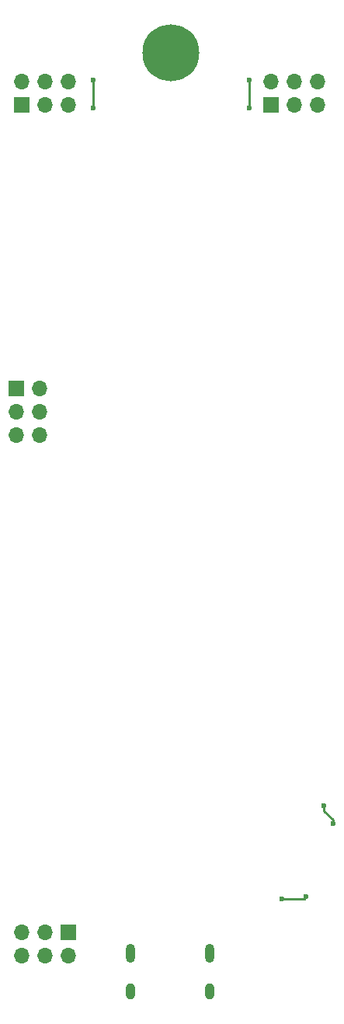
<source format=gbr>
%TF.GenerationSoftware,KiCad,Pcbnew,(5.99.0-9526-g5c17ff0595)*%
%TF.CreationDate,2021-07-10T23:40:11-05:00*%
%TF.ProjectId,18650Battery,31383635-3042-4617-9474-6572792e6b69,rev?*%
%TF.SameCoordinates,Original*%
%TF.FileFunction,Copper,L1,Top*%
%TF.FilePolarity,Positive*%
%FSLAX46Y46*%
G04 Gerber Fmt 4.6, Leading zero omitted, Abs format (unit mm)*
G04 Created by KiCad (PCBNEW (5.99.0-9526-g5c17ff0595)) date 2021-07-10 23:40:11*
%MOMM*%
%LPD*%
G01*
G04 APERTURE LIST*
%TA.AperFunction,ComponentPad*%
%ADD10C,6.200000*%
%TD*%
%TA.AperFunction,ComponentPad*%
%ADD11O,1.000000X1.800000*%
%TD*%
%TA.AperFunction,ComponentPad*%
%ADD12O,1.000000X2.100000*%
%TD*%
%TA.AperFunction,ComponentPad*%
%ADD13O,1.700000X1.700000*%
%TD*%
%TA.AperFunction,ComponentPad*%
%ADD14R,1.700000X1.700000*%
%TD*%
%TA.AperFunction,ViaPad*%
%ADD15C,0.600000*%
%TD*%
%TA.AperFunction,Conductor*%
%ADD16C,0.250000*%
%TD*%
G04 APERTURE END LIST*
D10*
%TO.P,,1*%
%TO.N,N/C*%
X135890000Y-50000000D03*
%TD*%
D11*
%TO.P,P1,S1,SHIELD*%
%TO.N,VSS*%
X131550000Y-152272500D03*
X140190000Y-152272500D03*
D12*
X131550000Y-148122500D03*
X140190000Y-148122500D03*
%TD*%
D13*
%TO.P,J4,6,Pin_6*%
%TO.N,unconnected-(J4-Pad6)*%
X119655000Y-148360000D03*
%TO.P,J4,5,Pin_5*%
%TO.N,unconnected-(J4-Pad5)*%
X119655000Y-145820000D03*
%TO.P,J4,4,Pin_4*%
%TO.N,unconnected-(J4-Pad4)*%
X122195000Y-148360000D03*
%TO.P,J4,3,Pin_3*%
%TO.N,unconnected-(J4-Pad3)*%
X122195000Y-145820000D03*
%TO.P,J4,2,Pin_2*%
%TO.N,VSS*%
X124735000Y-148360000D03*
D14*
%TO.P,J4,1,Pin_1*%
%TO.N,VCC*%
X124735000Y-145820000D03*
%TD*%
D13*
%TO.P,J3,6,Pin_6*%
%TO.N,unconnected-(J3-Pad6)*%
X121585000Y-91615000D03*
%TO.P,J3,5,Pin_5*%
%TO.N,unconnected-(J3-Pad5)*%
X119045000Y-91615000D03*
%TO.P,J3,4,Pin_4*%
%TO.N,unconnected-(J3-Pad4)*%
X121585000Y-89075000D03*
%TO.P,J3,3,Pin_3*%
%TO.N,unconnected-(J3-Pad3)*%
X119045000Y-89075000D03*
%TO.P,J3,2,Pin_2*%
%TO.N,VSS*%
X121585000Y-86535000D03*
D14*
%TO.P,J3,1,Pin_1*%
%TO.N,VCC*%
X119045000Y-86535000D03*
%TD*%
D13*
%TO.P,J2,6,Pin_6*%
%TO.N,unconnected-(J2-Pad6)*%
X151925000Y-53125000D03*
%TO.P,J2,5,Pin_5*%
%TO.N,unconnected-(J2-Pad5)*%
X151925000Y-55665000D03*
%TO.P,J2,4,Pin_4*%
%TO.N,unconnected-(J2-Pad4)*%
X149385000Y-53125000D03*
%TO.P,J2,3,Pin_3*%
%TO.N,unconnected-(J2-Pad3)*%
X149385000Y-55665000D03*
%TO.P,J2,2,Pin_2*%
%TO.N,VSS*%
X146845000Y-53125000D03*
D14*
%TO.P,J2,1,Pin_1*%
%TO.N,VCC*%
X146845000Y-55665000D03*
%TD*%
D13*
%TO.P,J1,6,Pin_6*%
%TO.N,unconnected-(J1-Pad6)*%
X124765000Y-53125000D03*
%TO.P,J1,5,Pin_5*%
%TO.N,unconnected-(J1-Pad5)*%
X124765000Y-55665000D03*
%TO.P,J1,4,Pin_4*%
%TO.N,unconnected-(J1-Pad4)*%
X122225000Y-53125000D03*
%TO.P,J1,3,Pin_3*%
%TO.N,unconnected-(J1-Pad3)*%
X122225000Y-55665000D03*
%TO.P,J1,2,Pin_2*%
%TO.N,VSS*%
X119685000Y-53125000D03*
D14*
%TO.P,J1,1,Pin_1*%
%TO.N,VCC*%
X119685000Y-55665000D03*
%TD*%
D15*
%TO.N,VSS*%
X153600000Y-134000000D03*
X152600000Y-132000000D03*
X127500000Y-56000000D03*
X127500000Y-53000000D03*
X144500000Y-56000000D03*
X144500000Y-53000000D03*
%TO.N,VDDA*%
X150690000Y-141960000D03*
X148000000Y-142200000D03*
%TD*%
D16*
%TO.N,VSS*%
X152600000Y-132000000D02*
X152600000Y-132600000D01*
X152600000Y-132600000D02*
X153600000Y-133600000D01*
X153600000Y-133600000D02*
X153600000Y-134000000D01*
X127500000Y-56000000D02*
X127500000Y-53000000D01*
X144500000Y-53000000D02*
X144500000Y-56000000D01*
%TO.N,VDDA*%
X148000000Y-142200000D02*
X150450000Y-142200000D01*
X150450000Y-142200000D02*
X150690000Y-141960000D01*
%TD*%
M02*

</source>
